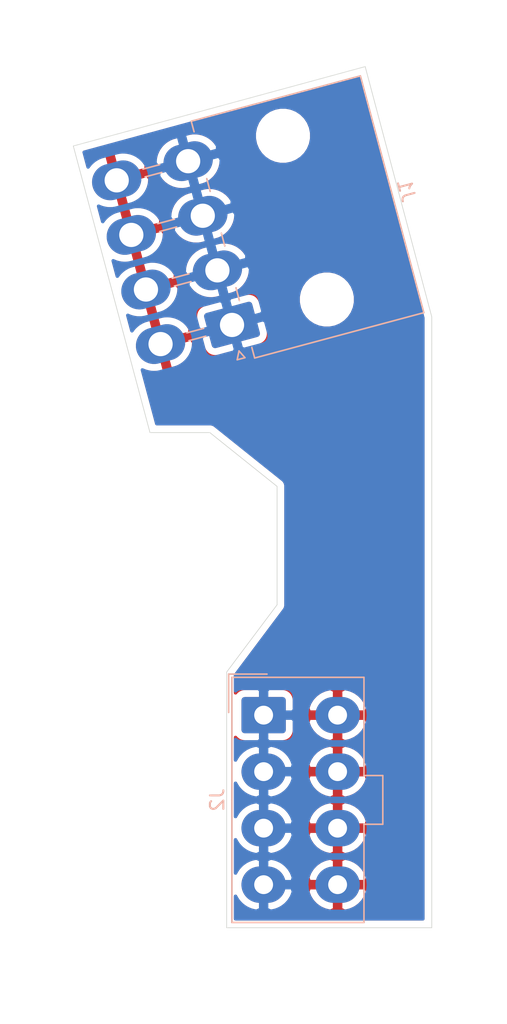
<source format=kicad_pcb>
(kicad_pcb (version 20171130) (host pcbnew 5.1.5+dfsg1-2build2)

  (general
    (thickness 1.6)
    (drawings 14)
    (tracks 0)
    (zones 0)
    (modules 2)
    (nets 3)
  )

  (page A4)
  (layers
    (0 F.Cu signal)
    (31 B.Cu signal)
    (32 B.Adhes user)
    (33 F.Adhes user)
    (34 B.Paste user)
    (35 F.Paste user)
    (36 B.SilkS user)
    (37 F.SilkS user)
    (38 B.Mask user)
    (39 F.Mask user)
    (40 Dwgs.User user)
    (41 Cmts.User user)
    (42 Eco1.User user)
    (43 Eco2.User user)
    (44 Edge.Cuts user)
    (45 Margin user)
    (46 B.CrtYd user)
    (47 F.CrtYd user)
    (48 B.Fab user)
    (49 F.Fab user)
  )

  (setup
    (last_trace_width 0.25)
    (trace_clearance 0.2)
    (zone_clearance 0.508)
    (zone_45_only no)
    (trace_min 0.2)
    (via_size 0.8)
    (via_drill 0.4)
    (via_min_size 0.4)
    (via_min_drill 0.3)
    (uvia_size 0.3)
    (uvia_drill 0.1)
    (uvias_allowed no)
    (uvia_min_size 0.2)
    (uvia_min_drill 0.1)
    (edge_width 0.05)
    (segment_width 0.2)
    (pcb_text_width 0.3)
    (pcb_text_size 1.5 1.5)
    (mod_edge_width 0.12)
    (mod_text_size 1 1)
    (mod_text_width 0.15)
    (pad_size 3 3)
    (pad_drill 3)
    (pad_to_mask_clearance 0.051)
    (solder_mask_min_width 0.25)
    (aux_axis_origin 0 0)
    (visible_elements FFFFFF7F)
    (pcbplotparams
      (layerselection 0x010fc_ffffffff)
      (usegerberextensions false)
      (usegerberattributes false)
      (usegerberadvancedattributes false)
      (creategerberjobfile false)
      (excludeedgelayer true)
      (linewidth 0.100000)
      (plotframeref false)
      (viasonmask false)
      (mode 1)
      (useauxorigin false)
      (hpglpennumber 1)
      (hpglpenspeed 20)
      (hpglpendiameter 15.000000)
      (psnegative false)
      (psa4output false)
      (plotreference true)
      (plotvalue true)
      (plotinvisibletext false)
      (padsonsilk false)
      (subtractmaskfromsilk false)
      (outputformat 1)
      (mirror false)
      (drillshape 1)
      (scaleselection 1)
      (outputdirectory ""))
  )

  (net 0 "")
  (net 1 GND)
  (net 2 +12V)

  (net_class Default "This is the default net class."
    (clearance 0.2)
    (trace_width 0.25)
    (via_dia 0.8)
    (via_drill 0.4)
    (uvia_dia 0.3)
    (uvia_drill 0.1)
    (add_net +12V)
    (add_net GND)
  )

  (module Connector_Molex:Molex_Mini-Fit_Jr_5569-08A2_2x04_P4.20mm_Horizontal (layer B.Cu) (tedit 5B7818E8) (tstamp 635F0C50)
    (at 97.65 71 105)
    (descr "Molex Mini-Fit Jr. Power Connectors, old mpn/engineering number: 5569-08A2, example for new mpn: 39-30-0080, 4 Pins per row, Mounting: Snap-in Plastic Peg PCB Lock (http://www.molex.com/pdm_docs/sd/039300020_sd.pdf), generated with kicad-footprint-generator")
    (tags "connector Molex Mini-Fit_Jr top entryplastic_peg")
    (path /6360C488)
    (fp_text reference J1 (at 6.3 15.1 105) (layer B.SilkS)
      (effects (font (size 1 1) (thickness 0.15)) (justify mirror))
    )
    (fp_text value TO_PSU (at 6.3 -8.55 105) (layer B.Fab)
      (effects (font (size 1 1) (thickness 0.15)) (justify mirror))
    )
    (fp_line (start -2.7 13.9) (end -2.7 1.1) (layer B.Fab) (width 0.1))
    (fp_line (start -2.7 1.1) (end 15.3 1.1) (layer B.Fab) (width 0.1))
    (fp_line (start 15.3 1.1) (end 15.3 13.9) (layer B.Fab) (width 0.1))
    (fp_line (start 15.3 13.9) (end -2.7 13.9) (layer B.Fab) (width 0.1))
    (fp_line (start -2 0.99) (end -2.81 0.99) (layer B.SilkS) (width 0.12))
    (fp_line (start -2.81 0.99) (end -2.81 14.01) (layer B.SilkS) (width 0.12))
    (fp_line (start -2.81 14.01) (end 6.3 14.01) (layer B.SilkS) (width 0.12))
    (fp_line (start 14.6 0.99) (end 15.41 0.99) (layer B.SilkS) (width 0.12))
    (fp_line (start 15.41 0.99) (end 15.41 14.01) (layer B.SilkS) (width 0.12))
    (fp_line (start 15.41 14.01) (end 6.3 14.01) (layer B.SilkS) (width 0.12))
    (fp_line (start -0.3 -2.11) (end -0.3 -3.39) (layer B.SilkS) (width 0.12))
    (fp_line (start 0.3 -2.11) (end 0.3 -3.39) (layer B.SilkS) (width 0.12))
    (fp_line (start 3.9 -2.11) (end 3.9 -3.39) (layer B.SilkS) (width 0.12))
    (fp_line (start 4.5 -2.11) (end 4.5 -3.39) (layer B.SilkS) (width 0.12))
    (fp_line (start 8.1 -2.11) (end 8.1 -3.39) (layer B.SilkS) (width 0.12))
    (fp_line (start 8.7 -2.11) (end 8.7 -3.39) (layer B.SilkS) (width 0.12))
    (fp_line (start 12.3 -2.11) (end 12.3 -3.39) (layer B.SilkS) (width 0.12))
    (fp_line (start 12.9 -2.11) (end 12.9 -3.39) (layer B.SilkS) (width 0.12))
    (fp_line (start 1.61 1) (end 2.59 1) (layer B.SilkS) (width 0.12))
    (fp_line (start 5.81 1) (end 6.79 1) (layer B.SilkS) (width 0.12))
    (fp_line (start 10.01 1) (end 10.99 1) (layer B.SilkS) (width 0.12))
    (fp_line (start -2 0) (end -2.6 -0.3) (layer B.SilkS) (width 0.12))
    (fp_line (start -2.6 -0.3) (end -2.6 0.3) (layer B.SilkS) (width 0.12))
    (fp_line (start -2.6 0.3) (end -2 0) (layer B.SilkS) (width 0.12))
    (fp_line (start -1 1.1) (end 0 2.514214) (layer B.Fab) (width 0.1))
    (fp_line (start 0 2.514214) (end 1 1.1) (layer B.Fab) (width 0.1))
    (fp_line (start -3.2 14.4) (end -3.2 -7.85) (layer B.CrtYd) (width 0.05))
    (fp_line (start -3.2 -7.85) (end 15.8 -7.85) (layer B.CrtYd) (width 0.05))
    (fp_line (start 15.8 -7.85) (end 15.8 14.4) (layer B.CrtYd) (width 0.05))
    (fp_line (start 15.8 14.4) (end -3.2 14.4) (layer B.CrtYd) (width 0.05))
    (fp_text user %R (at 6.3 13.2 105) (layer B.Fab)
      (effects (font (size 1 1) (thickness 0.15)) (justify mirror))
    )
    (pad 1 thru_hole roundrect (at 0 0 105) (size 2.7 3.7) (drill 1.8) (layers *.Cu *.Mask) (roundrect_rratio 0.09259299999999999)
      (net 1 GND))
    (pad 2 thru_hole oval (at 4.2 0 105) (size 2.7 3.7) (drill 1.8) (layers *.Cu *.Mask)
      (net 1 GND))
    (pad 3 thru_hole oval (at 8.4 0 105) (size 2.7 3.7) (drill 1.8) (layers *.Cu *.Mask)
      (net 1 GND))
    (pad 4 thru_hole oval (at 12.6 0 105) (size 2.7 3.7) (drill 1.8) (layers *.Cu *.Mask)
      (net 1 GND))
    (pad 5 thru_hole oval (at 0 -5.5 105) (size 2.7 3.7) (drill 1.8) (layers *.Cu *.Mask)
      (net 2 +12V))
    (pad 6 thru_hole oval (at 4.2 -5.5 105) (size 2.7 3.7) (drill 1.8) (layers *.Cu *.Mask)
      (net 2 +12V))
    (pad 7 thru_hole oval (at 8.4 -5.5 105) (size 2.7 3.7) (drill 1.8) (layers *.Cu *.Mask)
      (net 2 +12V))
    (pad 8 thru_hole oval (at 12.6 -5.5 105) (size 2.7 3.7) (drill 1.8) (layers *.Cu *.Mask)
      (net 2 +12V))
    (pad "" np_thru_hole circle (at 0 7.3 105) (size 3 3) (drill 3) (layers *.Cu *.Mask))
    (pad "" np_thru_hole circle (at 12.6 7.3 105) (size 3 3) (drill 3) (layers *.Cu *.Mask))
    (model ${KISYS3DMOD}/Connector_Molex.3dshapes/Molex_Mini-Fit_Jr_5569-08A2_2x04_P4.20mm_Horizontal.wrl
      (at (xyz 0 0 0))
      (scale (xyz 1 1 1))
      (rotate (xyz 0 0 0))
    )
  )

  (module Connector_Molex:Molex_Mini-Fit_Jr_5566-08A_2x04_P4.20mm_Vertical (layer B.Cu) (tedit 5B781992) (tstamp 635F02FE)
    (at 100 100 270)
    (descr "Molex Mini-Fit Jr. Power Connectors, old mpn/engineering number: 5566-08A, example for new mpn: 39-28-x08x, 4 Pins per row, Mounting:  (http://www.molex.com/pdm_docs/sd/039281043_sd.pdf), generated with kicad-footprint-generator")
    (tags "connector Molex Mini-Fit_Jr side entry")
    (path /63609AB2)
    (fp_text reference J2 (at 6.3 3.45 90) (layer B.SilkS)
      (effects (font (size 1 1) (thickness 0.15)) (justify mirror))
    )
    (fp_text value TO_GPU (at 6.3 -9.95 90) (layer B.Fab)
      (effects (font (size 1 1) (thickness 0.15)) (justify mirror))
    )
    (fp_line (start -2.7 2.25) (end -2.7 -7.35) (layer B.Fab) (width 0.1))
    (fp_line (start -2.7 -7.35) (end 15.3 -7.35) (layer B.Fab) (width 0.1))
    (fp_line (start 15.3 -7.35) (end 15.3 2.25) (layer B.Fab) (width 0.1))
    (fp_line (start 15.3 2.25) (end -2.7 2.25) (layer B.Fab) (width 0.1))
    (fp_line (start 4.6 -7.35) (end 4.6 -8.75) (layer B.Fab) (width 0.1))
    (fp_line (start 4.6 -8.75) (end 8 -8.75) (layer B.Fab) (width 0.1))
    (fp_line (start 8 -8.75) (end 8 -7.35) (layer B.Fab) (width 0.1))
    (fp_line (start -1.65 1) (end -1.65 -2.3) (layer B.Fab) (width 0.1))
    (fp_line (start -1.65 -2.3) (end 1.65 -2.3) (layer B.Fab) (width 0.1))
    (fp_line (start 1.65 -2.3) (end 1.65 1) (layer B.Fab) (width 0.1))
    (fp_line (start 1.65 1) (end -1.65 1) (layer B.Fab) (width 0.1))
    (fp_line (start -1.65 -6.5) (end -1.65 -4.025) (layer B.Fab) (width 0.1))
    (fp_line (start -1.65 -4.025) (end -0.825 -3.2) (layer B.Fab) (width 0.1))
    (fp_line (start -0.825 -3.2) (end 0.825 -3.2) (layer B.Fab) (width 0.1))
    (fp_line (start 0.825 -3.2) (end 1.65 -4.025) (layer B.Fab) (width 0.1))
    (fp_line (start 1.65 -4.025) (end 1.65 -6.5) (layer B.Fab) (width 0.1))
    (fp_line (start 1.65 -6.5) (end -1.65 -6.5) (layer B.Fab) (width 0.1))
    (fp_line (start 2.55 -3.2) (end 2.55 -6.5) (layer B.Fab) (width 0.1))
    (fp_line (start 2.55 -6.5) (end 5.85 -6.5) (layer B.Fab) (width 0.1))
    (fp_line (start 5.85 -6.5) (end 5.85 -3.2) (layer B.Fab) (width 0.1))
    (fp_line (start 5.85 -3.2) (end 2.55 -3.2) (layer B.Fab) (width 0.1))
    (fp_line (start 2.55 -2.3) (end 2.55 0.175) (layer B.Fab) (width 0.1))
    (fp_line (start 2.55 0.175) (end 3.375 1) (layer B.Fab) (width 0.1))
    (fp_line (start 3.375 1) (end 5.025 1) (layer B.Fab) (width 0.1))
    (fp_line (start 5.025 1) (end 5.85 0.175) (layer B.Fab) (width 0.1))
    (fp_line (start 5.85 0.175) (end 5.85 -2.3) (layer B.Fab) (width 0.1))
    (fp_line (start 5.85 -2.3) (end 2.55 -2.3) (layer B.Fab) (width 0.1))
    (fp_line (start 6.75 -3.2) (end 6.75 -6.5) (layer B.Fab) (width 0.1))
    (fp_line (start 6.75 -6.5) (end 10.05 -6.5) (layer B.Fab) (width 0.1))
    (fp_line (start 10.05 -6.5) (end 10.05 -3.2) (layer B.Fab) (width 0.1))
    (fp_line (start 10.05 -3.2) (end 6.75 -3.2) (layer B.Fab) (width 0.1))
    (fp_line (start 6.75 -2.3) (end 6.75 0.175) (layer B.Fab) (width 0.1))
    (fp_line (start 6.75 0.175) (end 7.575 1) (layer B.Fab) (width 0.1))
    (fp_line (start 7.575 1) (end 9.225 1) (layer B.Fab) (width 0.1))
    (fp_line (start 9.225 1) (end 10.05 0.175) (layer B.Fab) (width 0.1))
    (fp_line (start 10.05 0.175) (end 10.05 -2.3) (layer B.Fab) (width 0.1))
    (fp_line (start 10.05 -2.3) (end 6.75 -2.3) (layer B.Fab) (width 0.1))
    (fp_line (start 10.95 1) (end 10.95 -2.3) (layer B.Fab) (width 0.1))
    (fp_line (start 10.95 -2.3) (end 14.25 -2.3) (layer B.Fab) (width 0.1))
    (fp_line (start 14.25 -2.3) (end 14.25 1) (layer B.Fab) (width 0.1))
    (fp_line (start 14.25 1) (end 10.95 1) (layer B.Fab) (width 0.1))
    (fp_line (start 10.95 -6.5) (end 10.95 -4.025) (layer B.Fab) (width 0.1))
    (fp_line (start 10.95 -4.025) (end 11.775 -3.2) (layer B.Fab) (width 0.1))
    (fp_line (start 11.775 -3.2) (end 13.425 -3.2) (layer B.Fab) (width 0.1))
    (fp_line (start 13.425 -3.2) (end 14.25 -4.025) (layer B.Fab) (width 0.1))
    (fp_line (start 14.25 -4.025) (end 14.25 -6.5) (layer B.Fab) (width 0.1))
    (fp_line (start 14.25 -6.5) (end 10.95 -6.5) (layer B.Fab) (width 0.1))
    (fp_line (start 6.3 2.36) (end -2.81 2.36) (layer B.SilkS) (width 0.12))
    (fp_line (start -2.81 2.36) (end -2.81 -7.46) (layer B.SilkS) (width 0.12))
    (fp_line (start -2.81 -7.46) (end 4.49 -7.46) (layer B.SilkS) (width 0.12))
    (fp_line (start 4.49 -7.46) (end 4.49 -8.86) (layer B.SilkS) (width 0.12))
    (fp_line (start 4.49 -8.86) (end 6.3 -8.86) (layer B.SilkS) (width 0.12))
    (fp_line (start 6.3 2.36) (end 15.41 2.36) (layer B.SilkS) (width 0.12))
    (fp_line (start 15.41 2.36) (end 15.41 -7.46) (layer B.SilkS) (width 0.12))
    (fp_line (start 15.41 -7.46) (end 8.11 -7.46) (layer B.SilkS) (width 0.12))
    (fp_line (start 8.11 -7.46) (end 8.11 -8.86) (layer B.SilkS) (width 0.12))
    (fp_line (start 8.11 -8.86) (end 6.3 -8.86) (layer B.SilkS) (width 0.12))
    (fp_line (start -0.2 2.6) (end -3.05 2.6) (layer B.SilkS) (width 0.12))
    (fp_line (start -3.05 2.6) (end -3.05 -0.25) (layer B.SilkS) (width 0.12))
    (fp_line (start -0.2 2.6) (end -3.05 2.6) (layer B.Fab) (width 0.1))
    (fp_line (start -3.05 2.6) (end -3.05 -0.25) (layer B.Fab) (width 0.1))
    (fp_line (start -3.2 2.75) (end -3.2 -9.25) (layer B.CrtYd) (width 0.05))
    (fp_line (start -3.2 -9.25) (end 15.8 -9.25) (layer B.CrtYd) (width 0.05))
    (fp_line (start 15.8 -9.25) (end 15.8 2.75) (layer B.CrtYd) (width 0.05))
    (fp_line (start 15.8 2.75) (end -3.2 2.75) (layer B.CrtYd) (width 0.05))
    (fp_text user %R (at 6.3 1.55 90) (layer B.Fab)
      (effects (font (size 1 1) (thickness 0.15)) (justify mirror))
    )
    (pad 1 thru_hole roundrect (at 0 0 270) (size 2.7 3.3) (drill 1.4) (layers *.Cu *.Mask) (roundrect_rratio 0.09259299999999999)
      (net 1 GND))
    (pad 2 thru_hole oval (at 4.2 0 270) (size 2.7 3.3) (drill 1.4) (layers *.Cu *.Mask)
      (net 1 GND))
    (pad 3 thru_hole oval (at 8.4 0 270) (size 2.7 3.3) (drill 1.4) (layers *.Cu *.Mask)
      (net 1 GND))
    (pad 4 thru_hole oval (at 12.6 0 270) (size 2.7 3.3) (drill 1.4) (layers *.Cu *.Mask)
      (net 1 GND))
    (pad 5 thru_hole oval (at 0 -5.5 270) (size 2.7 3.3) (drill 1.4) (layers *.Cu *.Mask)
      (net 2 +12V))
    (pad 6 thru_hole oval (at 4.2 -5.5 270) (size 2.7 3.3) (drill 1.4) (layers *.Cu *.Mask)
      (net 2 +12V))
    (pad 7 thru_hole oval (at 8.4 -5.5 270) (size 2.7 3.3) (drill 1.4) (layers *.Cu *.Mask)
      (net 2 +12V))
    (pad 8 thru_hole oval (at 12.6 -5.5 270) (size 2.7 3.3) (drill 1.4) (layers *.Cu *.Mask)
      (net 2 +12V))
    (model ${KISYS3DMOD}/Connector_Molex.3dshapes/Molex_Mini-Fit_Jr_5566-08A_2x04_P4.20mm_Vertical.wrl
      (at (xyz 0 0 0))
      (scale (xyz 1 1 1))
      (rotate (xyz 0 0 0))
    )
  )

  (gr_line (start 91.55 79) (end 93.75 79) (layer Edge.Cuts) (width 0.05) (tstamp 636073B0))
  (gr_line (start 85.85 57.7) (end 91.55 79) (layer Edge.Cuts) (width 0.05))
  (gr_line (start 107.55 51.8) (end 85.85 57.7) (layer Edge.Cuts) (width 0.05))
  (gr_line (start 112.5 70.4) (end 107.55 51.8) (layer Edge.Cuts) (width 0.05))
  (gr_line (start 112.5 72.4) (end 112.5 70.4) (layer Edge.Cuts) (width 0.05))
  (gr_line (start 85.4 77) (end 115.6 77) (layer Dwgs.User) (width 0.15))
  (gr_line (start 93.75 79) (end 96 79) (layer Edge.Cuts) (width 0.05) (tstamp 635F0D00))
  (gr_line (start 101 83) (end 96 79) (layer Edge.Cuts) (width 0.05) (tstamp 635F0CFB))
  (gr_line (start 112.5 72.4) (end 112.5 75) (layer Edge.Cuts) (width 0.05) (tstamp 635F0B98))
  (gr_line (start 101 91.8) (end 97.25 96.8) (layer Edge.Cuts) (width 0.05) (tstamp 635F0B82))
  (gr_line (start 97.25 115.8) (end 112.5 115.8) (layer Edge.Cuts) (width 0.05) (tstamp 635F03BD))
  (gr_line (start 97.25 96.8) (end 97.25 115.8) (layer Edge.Cuts) (width 0.05))
  (gr_line (start 101 91.8) (end 101 83) (layer Edge.Cuts) (width 0.05))
  (gr_line (start 112.5 115.8) (end 112.5 75) (layer Edge.Cuts) (width 0.05))

  (zone (net 2) (net_name +12V) (layer F.Cu) (tstamp 0) (hatch edge 0.508)
    (connect_pads (clearance 0.508))
    (min_thickness 0.254)
    (fill yes (arc_segments 32) (thermal_gap 0.508) (thermal_bridge_width 0.708))
    (polygon
      (pts
        (xy 117.7 121.4) (xy 83.15 119.75) (xy 80.4 51.9) (xy 80.4 51.85) (xy 117.65 47.25)
      )
    )
    (filled_polygon
      (pts
        (xy 111.840001 70.486327) (xy 111.84 72.367581) (xy 111.84 72.367582) (xy 111.840001 74.967581) (xy 111.84 115.14)
        (xy 97.91 115.14) (xy 97.91 113.462035) (xy 98.041547 113.708143) (xy 98.289602 114.010398) (xy 98.591857 114.258453)
        (xy 98.936698 114.442774) (xy 99.310872 114.556278) (xy 99.60249 114.585) (xy 100.39751 114.585) (xy 100.689128 114.556278)
        (xy 101.063302 114.442774) (xy 101.408143 114.258453) (xy 101.710398 114.010398) (xy 101.958453 113.708143) (xy 102.142774 113.363302)
        (xy 102.212728 113.132691) (xy 103.287811 113.132691) (xy 103.424113 113.499079) (xy 103.633638 113.828262) (xy 103.903357 114.110243)
        (xy 104.222905 114.334187) (xy 104.580003 114.491487) (xy 104.960927 114.576098) (xy 105.273 114.430418) (xy 105.273 112.827)
        (xy 105.727 112.827) (xy 105.727 114.430418) (xy 106.039073 114.576098) (xy 106.419997 114.491487) (xy 106.777095 114.334187)
        (xy 107.096643 114.110243) (xy 107.366362 113.828262) (xy 107.575887 113.499079) (xy 107.712189 113.132691) (xy 107.612087 112.827)
        (xy 105.727 112.827) (xy 105.273 112.827) (xy 103.387913 112.827) (xy 103.287811 113.132691) (xy 102.212728 113.132691)
        (xy 102.256278 112.989128) (xy 102.294604 112.6) (xy 102.256278 112.210872) (xy 102.212729 112.067309) (xy 103.287811 112.067309)
        (xy 103.387913 112.373) (xy 105.273 112.373) (xy 105.273 110.769582) (xy 105.727 110.769582) (xy 105.727 112.373)
        (xy 107.612087 112.373) (xy 107.712189 112.067309) (xy 107.575887 111.700921) (xy 107.366362 111.371738) (xy 107.096643 111.089757)
        (xy 106.777095 110.865813) (xy 106.419997 110.708513) (xy 106.039073 110.623902) (xy 105.727 110.769582) (xy 105.273 110.769582)
        (xy 104.960927 110.623902) (xy 104.580003 110.708513) (xy 104.222905 110.865813) (xy 103.903357 111.089757) (xy 103.633638 111.371738)
        (xy 103.424113 111.700921) (xy 103.287811 112.067309) (xy 102.212729 112.067309) (xy 102.142774 111.836698) (xy 101.958453 111.491857)
        (xy 101.710398 111.189602) (xy 101.408143 110.941547) (xy 101.063302 110.757226) (xy 100.689128 110.643722) (xy 100.39751 110.615)
        (xy 99.60249 110.615) (xy 99.310872 110.643722) (xy 98.936698 110.757226) (xy 98.591857 110.941547) (xy 98.289602 111.189602)
        (xy 98.041547 111.491857) (xy 97.91 111.737965) (xy 97.91 109.262035) (xy 98.041547 109.508143) (xy 98.289602 109.810398)
        (xy 98.591857 110.058453) (xy 98.936698 110.242774) (xy 99.310872 110.356278) (xy 99.60249 110.385) (xy 100.39751 110.385)
        (xy 100.689128 110.356278) (xy 101.063302 110.242774) (xy 101.408143 110.058453) (xy 101.710398 109.810398) (xy 101.958453 109.508143)
        (xy 102.142774 109.163302) (xy 102.212728 108.932691) (xy 103.287811 108.932691) (xy 103.424113 109.299079) (xy 103.633638 109.628262)
        (xy 103.903357 109.910243) (xy 104.222905 110.134187) (xy 104.580003 110.291487) (xy 104.960927 110.376098) (xy 105.273 110.230418)
        (xy 105.273 108.627) (xy 105.727 108.627) (xy 105.727 110.230418) (xy 106.039073 110.376098) (xy 106.419997 110.291487)
        (xy 106.777095 110.134187) (xy 107.096643 109.910243) (xy 107.366362 109.628262) (xy 107.575887 109.299079) (xy 107.712189 108.932691)
        (xy 107.612087 108.627) (xy 105.727 108.627) (xy 105.273 108.627) (xy 103.387913 108.627) (xy 103.287811 108.932691)
        (xy 102.212728 108.932691) (xy 102.256278 108.789128) (xy 102.294604 108.4) (xy 102.256278 108.010872) (xy 102.212729 107.867309)
        (xy 103.287811 107.867309) (xy 103.387913 108.173) (xy 105.273 108.173) (xy 105.273 106.569582) (xy 105.727 106.569582)
        (xy 105.727 108.173) (xy 107.612087 108.173) (xy 107.712189 107.867309) (xy 107.575887 107.500921) (xy 107.366362 107.171738)
        (xy 107.096643 106.889757) (xy 106.777095 106.665813) (xy 106.419997 106.508513) (xy 106.039073 106.423902) (xy 105.727 106.569582)
        (xy 105.273 106.569582) (xy 104.960927 106.423902) (xy 104.580003 106.508513) (xy 104.222905 106.665813) (xy 103.903357 106.889757)
        (xy 103.633638 107.171738) (xy 103.424113 107.500921) (xy 103.287811 107.867309) (xy 102.212729 107.867309) (xy 102.142774 107.636698)
        (xy 101.958453 107.291857) (xy 101.710398 106.989602) (xy 101.408143 106.741547) (xy 101.063302 106.557226) (xy 100.689128 106.443722)
        (xy 100.39751 106.415) (xy 99.60249 106.415) (xy 99.310872 106.443722) (xy 98.936698 106.557226) (xy 98.591857 106.741547)
        (xy 98.289602 106.989602) (xy 98.041547 107.291857) (xy 97.91 107.537965) (xy 97.91 105.062035) (xy 98.041547 105.308143)
        (xy 98.289602 105.610398) (xy 98.591857 105.858453) (xy 98.936698 106.042774) (xy 99.310872 106.156278) (xy 99.60249 106.185)
        (xy 100.39751 106.185) (xy 100.689128 106.156278) (xy 101.063302 106.042774) (xy 101.408143 105.858453) (xy 101.710398 105.610398)
        (xy 101.958453 105.308143) (xy 102.142774 104.963302) (xy 102.212728 104.732691) (xy 103.287811 104.732691) (xy 103.424113 105.099079)
        (xy 103.633638 105.428262) (xy 103.903357 105.710243) (xy 104.222905 105.934187) (xy 104.580003 106.091487) (xy 104.960927 106.176098)
        (xy 105.273 106.030418) (xy 105.273 104.427) (xy 105.727 104.427) (xy 105.727 106.030418) (xy 106.039073 106.176098)
        (xy 106.419997 106.091487) (xy 106.777095 105.934187) (xy 107.096643 105.710243) (xy 107.366362 105.428262) (xy 107.575887 105.099079)
        (xy 107.712189 104.732691) (xy 107.612087 104.427) (xy 105.727 104.427) (xy 105.273 104.427) (xy 103.387913 104.427)
        (xy 103.287811 104.732691) (xy 102.212728 104.732691) (xy 102.256278 104.589128) (xy 102.294604 104.2) (xy 102.256278 103.810872)
        (xy 102.212729 103.667309) (xy 103.287811 103.667309) (xy 103.387913 103.973) (xy 105.273 103.973) (xy 105.273 102.369582)
        (xy 105.727 102.369582) (xy 105.727 103.973) (xy 107.612087 103.973) (xy 107.712189 103.667309) (xy 107.575887 103.300921)
        (xy 107.366362 102.971738) (xy 107.096643 102.689757) (xy 106.777095 102.465813) (xy 106.419997 102.308513) (xy 106.039073 102.223902)
        (xy 105.727 102.369582) (xy 105.273 102.369582) (xy 104.960927 102.223902) (xy 104.580003 102.308513) (xy 104.222905 102.465813)
        (xy 103.903357 102.689757) (xy 103.633638 102.971738) (xy 103.424113 103.300921) (xy 103.287811 103.667309) (xy 102.212729 103.667309)
        (xy 102.142774 103.436698) (xy 101.958453 103.091857) (xy 101.710398 102.789602) (xy 101.408143 102.541547) (xy 101.063302 102.357226)
        (xy 100.689128 102.243722) (xy 100.39751 102.215) (xy 99.60249 102.215) (xy 99.310872 102.243722) (xy 98.936698 102.357226)
        (xy 98.591857 102.541547) (xy 98.289602 102.789602) (xy 98.041547 103.091857) (xy 97.91 103.337965) (xy 97.91 101.652367)
        (xy 97.972039 101.727961) (xy 98.106614 101.838405) (xy 98.26015 101.920471) (xy 98.426747 101.971008) (xy 98.600001 101.988072)
        (xy 101.399999 101.988072) (xy 101.573253 101.971008) (xy 101.73985 101.920471) (xy 101.893386 101.838405) (xy 102.027961 101.727961)
        (xy 102.138405 101.593386) (xy 102.220471 101.43985) (xy 102.271008 101.273253) (xy 102.288072 101.099999) (xy 102.288072 100.532691)
        (xy 103.287811 100.532691) (xy 103.424113 100.899079) (xy 103.633638 101.228262) (xy 103.903357 101.510243) (xy 104.222905 101.734187)
        (xy 104.580003 101.891487) (xy 104.960927 101.976098) (xy 105.273 101.830418) (xy 105.273 100.227) (xy 105.727 100.227)
        (xy 105.727 101.830418) (xy 106.039073 101.976098) (xy 106.419997 101.891487) (xy 106.777095 101.734187) (xy 107.096643 101.510243)
        (xy 107.366362 101.228262) (xy 107.575887 100.899079) (xy 107.712189 100.532691) (xy 107.612087 100.227) (xy 105.727 100.227)
        (xy 105.273 100.227) (xy 103.387913 100.227) (xy 103.287811 100.532691) (xy 102.288072 100.532691) (xy 102.288072 99.467309)
        (xy 103.287811 99.467309) (xy 103.387913 99.773) (xy 105.273 99.773) (xy 105.273 98.169582) (xy 105.727 98.169582)
        (xy 105.727 99.773) (xy 107.612087 99.773) (xy 107.712189 99.467309) (xy 107.575887 99.100921) (xy 107.366362 98.771738)
        (xy 107.096643 98.489757) (xy 106.777095 98.265813) (xy 106.419997 98.108513) (xy 106.039073 98.023902) (xy 105.727 98.169582)
        (xy 105.273 98.169582) (xy 104.960927 98.023902) (xy 104.580003 98.108513) (xy 104.222905 98.265813) (xy 103.903357 98.489757)
        (xy 103.633638 98.771738) (xy 103.424113 99.100921) (xy 103.287811 99.467309) (xy 102.288072 99.467309) (xy 102.288072 98.900001)
        (xy 102.271008 98.726747) (xy 102.220471 98.56015) (xy 102.138405 98.406614) (xy 102.027961 98.272039) (xy 101.893386 98.161595)
        (xy 101.73985 98.079529) (xy 101.573253 98.028992) (xy 101.399999 98.011928) (xy 98.600001 98.011928) (xy 98.426747 98.028992)
        (xy 98.26015 98.079529) (xy 98.106614 98.161595) (xy 97.972039 98.272039) (xy 97.91 98.347633) (xy 97.91 97.019999)
        (xy 101.519347 92.207537) (xy 101.551425 92.16845) (xy 101.573596 92.12697) (xy 101.597989 92.086764) (xy 101.604177 92.069756)
        (xy 101.61271 92.053793) (xy 101.626366 92.008777) (xy 101.642443 91.964592) (xy 101.645194 91.94671) (xy 101.65045 91.929383)
        (xy 101.655061 91.88257) (xy 101.66221 91.836095) (xy 101.66 91.785586) (xy 101.66 83.060842) (xy 101.660759 83.056761)
        (xy 101.66 82.995967) (xy 101.66 82.967581) (xy 101.659594 82.96346) (xy 101.659136 82.926762) (xy 101.653239 82.898937)
        (xy 101.65045 82.870617) (xy 101.639792 82.835483) (xy 101.632183 82.799578) (xy 101.620969 82.773434) (xy 101.61271 82.746207)
        (xy 101.595404 82.713829) (xy 101.580935 82.680096) (xy 101.564838 82.656644) (xy 101.551425 82.63155) (xy 101.528136 82.603172)
        (xy 101.507363 82.572908) (xy 101.486995 82.553042) (xy 101.468948 82.531052) (xy 101.440574 82.507766) (xy 101.437613 82.504878)
        (xy 101.415474 82.487167) (xy 101.36845 82.448575) (xy 101.364787 82.446617) (xy 96.415522 78.487206) (xy 96.36845 78.448575)
        (xy 96.336072 78.431269) (xy 96.305301 78.411259) (xy 96.278884 78.400701) (xy 96.253793 78.38729) (xy 96.218659 78.376632)
        (xy 96.184577 78.363011) (xy 96.156615 78.357811) (xy 96.129383 78.34955) (xy 96.092843 78.345951) (xy 96.056761 78.339241)
        (xy 95.995967 78.34) (xy 92.056603 78.34) (xy 90.989519 74.352472) (xy 91.001434 74.359603) (xy 91.370292 74.491303)
        (xy 91.757756 74.548511) (xy 92.148936 74.529029) (xy 92.631899 74.39962) (xy 92.176895 72.701522) (xy 92.157577 72.706698)
        (xy 92.124705 72.584018) (xy 92.615425 72.584018) (xy 93.070429 74.282116) (xy 93.553392 74.152706) (xy 93.901904 73.973988)
        (xy 94.208854 73.730712) (xy 94.462445 73.432228) (xy 94.652932 73.090007) (xy 94.772994 72.717198) (xy 94.805274 72.313725)
        (xy 94.629464 72.044358) (xy 92.615425 72.584018) (xy 92.124705 72.584018) (xy 92.040073 72.268168) (xy 92.059391 72.262992)
        (xy 91.604387 70.564894) (xy 91.121424 70.694304) (xy 90.772912 70.873022) (xy 90.465962 71.116298) (xy 90.212371 71.414782)
        (xy 90.206297 71.425695) (xy 89.904138 70.296576) (xy 89.914394 70.302714) (xy 90.283252 70.434414) (xy 90.670716 70.491622)
        (xy 91.061896 70.47214) (xy 91.154264 70.44739) (xy 92.042917 70.44739) (xy 92.497921 72.145488) (xy 94.511961 71.605828)
        (xy 94.529533 71.284645) (xy 94.299841 70.951366) (xy 94.00946 70.688536) (xy 93.673382 70.487407) (xy 93.455678 70.409676)
        (xy 94.933647 70.409676) (xy 94.962006 70.581443) (xy 95.531407 72.706478) (xy 95.592732 72.869413) (xy 95.684664 73.017253)
        (xy 95.803673 73.144317) (xy 95.945184 73.245722) (xy 96.103758 73.317571) (xy 96.273303 73.357103) (xy 96.447303 73.3628)
        (xy 96.61907 73.334441) (xy 99.710031 72.50622) (xy 99.872965 72.444896) (xy 100.020805 72.352963) (xy 100.14787 72.233954)
        (xy 100.249275 72.092444) (xy 100.321124 71.933869) (xy 100.360656 71.764324) (xy 100.366353 71.590324) (xy 100.337994 71.418557)
        (xy 99.768593 69.293522) (xy 99.707268 69.130587) (xy 99.615336 68.982747) (xy 99.538155 68.900342) (xy 102.566259 68.900342)
        (xy 102.566259 69.3209) (xy 102.648306 69.733377) (xy 102.809247 70.121923) (xy 103.042896 70.471604) (xy 103.340276 70.768984)
        (xy 103.689957 71.002633) (xy 104.078503 71.163574) (xy 104.49098 71.245621) (xy 104.911538 71.245621) (xy 105.324015 71.163574)
        (xy 105.712561 71.002633) (xy 106.062242 70.768984) (xy 106.359622 70.471604) (xy 106.593271 70.121923) (xy 106.754212 69.733377)
        (xy 106.836259 69.3209) (xy 106.836259 68.900342) (xy 106.754212 68.487865) (xy 106.593271 68.099319) (xy 106.359622 67.749638)
        (xy 106.062242 67.452258) (xy 105.712561 67.218609) (xy 105.324015 67.057668) (xy 104.911538 66.975621) (xy 104.49098 66.975621)
        (xy 104.078503 67.057668) (xy 103.689957 67.218609) (xy 103.340276 67.452258) (xy 103.042896 67.749638) (xy 102.809247 68.099319)
        (xy 102.648306 68.487865) (xy 102.566259 68.900342) (xy 99.538155 68.900342) (xy 99.496327 68.855683) (xy 99.354816 68.754278)
        (xy 99.196242 68.682429) (xy 99.026697 68.642897) (xy 98.852697 68.6372) (xy 98.68093 68.665559) (xy 95.589969 69.49378)
        (xy 95.427035 69.555104) (xy 95.279195 69.647037) (xy 95.15213 69.766046) (xy 95.050725 69.907556) (xy 94.978876 70.066131)
        (xy 94.939344 70.235676) (xy 94.933647 70.409676) (xy 93.455678 70.409676) (xy 93.304524 70.355707) (xy 92.91706 70.298499)
        (xy 92.52588 70.317981) (xy 92.042917 70.44739) (xy 91.154264 70.44739) (xy 91.544859 70.342731) (xy 91.089855 68.644633)
        (xy 91.070537 68.649809) (xy 91.037665 68.527129) (xy 91.528385 68.527129) (xy 91.983389 70.225227) (xy 92.466352 70.095817)
        (xy 92.814864 69.917099) (xy 93.121814 69.673823) (xy 93.375405 69.375339) (xy 93.565892 69.033118) (xy 93.685954 68.660309)
        (xy 93.718234 68.256836) (xy 93.542424 67.987469) (xy 91.528385 68.527129) (xy 91.037665 68.527129) (xy 90.953033 68.211279)
        (xy 90.972351 68.206103) (xy 90.517347 66.508005) (xy 90.034384 66.637415) (xy 89.685872 66.816133) (xy 89.378922 67.059409)
        (xy 89.125331 67.357893) (xy 89.120198 67.367115) (xy 88.818758 66.240682) (xy 88.827354 66.245826) (xy 89.196212 66.377526)
        (xy 89.583676 66.434734) (xy 89.974856 66.415252) (xy 90.067228 66.390501) (xy 90.955877 66.390501) (xy 91.410881 68.088599)
        (xy 93.424921 67.548939) (xy 93.442493 67.227756) (xy 93.425415 67.202976) (xy 94.089664 67.202976) (xy 94.153358 67.588765)
        (xy 94.291093 67.954714) (xy 94.497573 68.286761) (xy 94.764865 68.572146) (xy 95.082697 68.7999) (xy 95.438854 68.961273)
        (xy 95.819651 69.050062) (xy 96.210451 69.062855) (xy 96.499567 69.015121) (xy 97.653867 68.705826) (xy 97.928114 68.602607)
        (xy 98.260162 68.396126) (xy 98.545546 68.128834) (xy 98.773301 67.811002) (xy 98.934674 67.454845) (xy 99.023462 67.074048)
        (xy 99.036255 66.683248) (xy 98.972561 66.297459) (xy 98.834827 65.93151) (xy 98.628347 65.599463) (xy 98.361055 65.314078)
        (xy 98.043223 65.086324) (xy 97.687065 64.924951) (xy 97.306268 64.836162) (xy 96.915467 64.82337) (xy 96.626352 64.871103)
        (xy 95.472053 65.180398) (xy 95.197805 65.283618) (xy 94.865758 65.490098) (xy 94.580373 65.75739) (xy 94.352619 66.075222)
        (xy 94.191246 66.431379) (xy 94.102457 66.812176) (xy 94.089664 67.202976) (xy 93.425415 67.202976) (xy 93.212801 66.894477)
        (xy 92.92242 66.631647) (xy 92.586342 66.430518) (xy 92.217484 66.298818) (xy 91.83002 66.24161) (xy 91.43884 66.261092)
        (xy 90.955877 66.390501) (xy 90.067228 66.390501) (xy 90.457819 66.285843) (xy 90.002815 64.587745) (xy 89.983497 64.592921)
        (xy 89.950625 64.470241) (xy 90.441345 64.470241) (xy 90.896349 66.168339) (xy 91.379312 66.038929) (xy 91.727824 65.860211)
        (xy 92.034774 65.616935) (xy 92.288365 65.318451) (xy 92.478852 64.97623) (xy 92.598914 64.603421) (xy 92.631194 64.199948)
        (xy 92.455384 63.930581) (xy 90.441345 64.470241) (xy 89.950625 64.470241) (xy 89.865993 64.154391) (xy 89.885311 64.149215)
        (xy 89.430307 62.451117) (xy 88.947344 62.580527) (xy 88.598832 62.759245) (xy 88.291882 63.002521) (xy 88.038291 63.301005)
        (xy 88.034099 63.308536) (xy 87.733377 62.184786) (xy 87.740314 62.188937) (xy 88.109172 62.320637) (xy 88.496636 62.377845)
        (xy 88.887816 62.358363) (xy 88.980184 62.333613) (xy 89.868837 62.333613) (xy 90.323841 64.031711) (xy 92.337881 63.492051)
        (xy 92.355453 63.170868) (xy 92.338375 63.146087) (xy 93.002624 63.146087) (xy 93.066318 63.531876) (xy 93.204053 63.897825)
        (xy 93.410533 64.229872) (xy 93.677825 64.515257) (xy 93.995657 64.743011) (xy 94.351814 64.904384) (xy 94.732611 64.993173)
        (xy 95.123411 65.005966) (xy 95.412527 64.958232) (xy 96.566827 64.648937) (xy 96.841074 64.545718) (xy 97.173122 64.339237)
        (xy 97.458506 64.071945) (xy 97.686261 63.754113) (xy 97.847634 63.397956) (xy 97.936422 63.017159) (xy 97.949215 62.626359)
        (xy 97.885521 62.24057) (xy 97.747787 61.874621) (xy 97.541307 61.542574) (xy 97.274015 61.257189) (xy 96.956183 61.029435)
        (xy 96.600025 60.868062) (xy 96.219228 60.779273) (xy 95.828427 60.766481) (xy 95.539312 60.814214) (xy 94.385013 61.123509)
        (xy 94.110765 61.226729) (xy 93.778718 61.433209) (xy 93.493333 61.700501) (xy 93.265579 62.018333) (xy 93.104206 62.37449)
        (xy 93.015417 62.755287) (xy 93.002624 63.146087) (xy 92.338375 63.146087) (xy 92.125761 62.837589) (xy 91.83538 62.574759)
        (xy 91.499302 62.37363) (xy 91.130444 62.24193) (xy 90.74298 62.184722) (xy 90.3518 62.204204) (xy 89.868837 62.333613)
        (xy 88.980184 62.333613) (xy 89.370779 62.228954) (xy 88.915775 60.530856) (xy 88.896457 60.536032) (xy 88.863585 60.413352)
        (xy 89.354305 60.413352) (xy 89.809309 62.11145) (xy 90.292272 61.98204) (xy 90.640784 61.803322) (xy 90.947734 61.560046)
        (xy 91.201325 61.261562) (xy 91.391812 60.919341) (xy 91.511874 60.546532) (xy 91.544154 60.143059) (xy 91.368344 59.873692)
        (xy 89.354305 60.413352) (xy 88.863585 60.413352) (xy 88.778953 60.097502) (xy 88.798271 60.092326) (xy 88.343267 58.394228)
        (xy 87.860304 58.523638) (xy 87.511792 58.702356) (xy 87.204842 58.945632) (xy 86.951251 59.244116) (xy 86.948 59.249956)
        (xy 86.687559 58.276724) (xy 88.781797 58.276724) (xy 89.236801 59.974822) (xy 91.250841 59.435162) (xy 91.268413 59.113979)
        (xy 91.251335 59.089199) (xy 91.915584 59.089199) (xy 91.979278 59.474988) (xy 92.117013 59.840937) (xy 92.323493 60.172984)
        (xy 92.590785 60.458369) (xy 92.908617 60.686123) (xy 93.264774 60.847496) (xy 93.645571 60.936285) (xy 94.036371 60.949078)
        (xy 94.325487 60.901344) (xy 95.479787 60.592049) (xy 95.754034 60.48883) (xy 96.086082 60.282349) (xy 96.371466 60.015057)
        (xy 96.599221 59.697225) (xy 96.760594 59.341068) (xy 96.849382 58.960271) (xy 96.862175 58.569471) (xy 96.798481 58.183682)
        (xy 96.660747 57.817733) (xy 96.454267 57.485686) (xy 96.186975 57.200301) (xy 95.869143 56.972547) (xy 95.512985 56.811174)
        (xy 95.163462 56.729677) (xy 99.305139 56.729677) (xy 99.305139 57.150235) (xy 99.387186 57.562712) (xy 99.548127 57.951258)
        (xy 99.781776 58.300939) (xy 100.079156 58.598319) (xy 100.428837 58.831968) (xy 100.817383 58.992909) (xy 101.22986 59.074956)
        (xy 101.650418 59.074956) (xy 102.062895 58.992909) (xy 102.451441 58.831968) (xy 102.801122 58.598319) (xy 103.098502 58.300939)
        (xy 103.332151 57.951258) (xy 103.493092 57.562712) (xy 103.575139 57.150235) (xy 103.575139 56.729677) (xy 103.493092 56.3172)
        (xy 103.332151 55.928654) (xy 103.098502 55.578973) (xy 102.801122 55.281593) (xy 102.451441 55.047944) (xy 102.062895 54.887003)
        (xy 101.650418 54.804956) (xy 101.22986 54.804956) (xy 100.817383 54.887003) (xy 100.428837 55.047944) (xy 100.079156 55.281593)
        (xy 99.781776 55.578973) (xy 99.548127 55.928654) (xy 99.387186 56.3172) (xy 99.305139 56.729677) (xy 95.163462 56.729677)
        (xy 95.132188 56.722385) (xy 94.741387 56.709593) (xy 94.452272 56.757326) (xy 93.297973 57.066621) (xy 93.023725 57.169841)
        (xy 92.691678 57.376321) (xy 92.406293 57.643613) (xy 92.178539 57.961445) (xy 92.017166 58.317602) (xy 91.928377 58.698399)
        (xy 91.915584 59.089199) (xy 91.251335 59.089199) (xy 91.038721 58.7807) (xy 90.74834 58.51787) (xy 90.412262 58.316741)
        (xy 90.043404 58.185041) (xy 89.65594 58.127833) (xy 89.26476 58.147315) (xy 88.781797 58.276724) (xy 86.687559 58.276724)
        (xy 86.657502 58.164408) (xy 107.082852 52.610972)
      )
    )
  )
  (zone (net 1) (net_name GND) (layer B.Cu) (tstamp 0) (hatch edge 0.508)
    (connect_pads (clearance 0.508))
    (min_thickness 0.254)
    (fill yes (arc_segments 32) (thermal_gap 0.508) (thermal_bridge_width 0.7))
    (polygon
      (pts
        (xy 118.1 122.95) (xy 81.5 120.3) (xy 80.95 51.05) (xy 118 46.85)
      )
    )
    (filled_polygon
      (pts
        (xy 111.840001 70.486327) (xy 111.84 72.367581) (xy 111.84 72.367582) (xy 111.840001 74.967581) (xy 111.84 115.14)
        (xy 97.91 115.14) (xy 97.91 113.46064) (xy 97.925652 113.502775) (xy 98.135868 113.831587) (xy 98.406193 114.113069)
        (xy 98.726238 114.336405) (xy 99.083704 114.493012) (xy 99.464854 114.576872) (xy 99.777 114.430568) (xy 99.777 112.823)
        (xy 100.223 112.823) (xy 100.223 114.430568) (xy 100.535146 114.576872) (xy 100.916296 114.493012) (xy 101.273762 114.336405)
        (xy 101.593807 114.113069) (xy 101.864132 113.831587) (xy 102.074348 113.502775) (xy 102.213265 113.128811) (xy 102.112584 112.823)
        (xy 100.223 112.823) (xy 99.777 112.823) (xy 99.757 112.823) (xy 99.757 112.6) (xy 103.205396 112.6)
        (xy 103.243722 112.989128) (xy 103.357226 113.363302) (xy 103.541547 113.708143) (xy 103.789602 114.010398) (xy 104.091857 114.258453)
        (xy 104.436698 114.442774) (xy 104.810872 114.556278) (xy 105.10249 114.585) (xy 105.89751 114.585) (xy 106.189128 114.556278)
        (xy 106.563302 114.442774) (xy 106.908143 114.258453) (xy 107.210398 114.010398) (xy 107.458453 113.708143) (xy 107.642774 113.363302)
        (xy 107.756278 112.989128) (xy 107.794604 112.6) (xy 107.756278 112.210872) (xy 107.642774 111.836698) (xy 107.458453 111.491857)
        (xy 107.210398 111.189602) (xy 106.908143 110.941547) (xy 106.563302 110.757226) (xy 106.189128 110.643722) (xy 105.89751 110.615)
        (xy 105.10249 110.615) (xy 104.810872 110.643722) (xy 104.436698 110.757226) (xy 104.091857 110.941547) (xy 103.789602 111.189602)
        (xy 103.541547 111.491857) (xy 103.357226 111.836698) (xy 103.243722 112.210872) (xy 103.205396 112.6) (xy 99.757 112.6)
        (xy 99.757 112.377) (xy 99.777 112.377) (xy 99.777 110.769432) (xy 100.223 110.769432) (xy 100.223 112.377)
        (xy 102.112584 112.377) (xy 102.213265 112.071189) (xy 102.074348 111.697225) (xy 101.864132 111.368413) (xy 101.593807 111.086931)
        (xy 101.273762 110.863595) (xy 100.916296 110.706988) (xy 100.535146 110.623128) (xy 100.223 110.769432) (xy 99.777 110.769432)
        (xy 99.464854 110.623128) (xy 99.083704 110.706988) (xy 98.726238 110.863595) (xy 98.406193 111.086931) (xy 98.135868 111.368413)
        (xy 97.925652 111.697225) (xy 97.91 111.73936) (xy 97.91 109.26064) (xy 97.925652 109.302775) (xy 98.135868 109.631587)
        (xy 98.406193 109.913069) (xy 98.726238 110.136405) (xy 99.083704 110.293012) (xy 99.464854 110.376872) (xy 99.777 110.230568)
        (xy 99.777 108.623) (xy 100.223 108.623) (xy 100.223 110.230568) (xy 100.535146 110.376872) (xy 100.916296 110.293012)
        (xy 101.273762 110.136405) (xy 101.593807 109.913069) (xy 101.864132 109.631587) (xy 102.074348 109.302775) (xy 102.213265 108.928811)
        (xy 102.112584 108.623) (xy 100.223 108.623) (xy 99.777 108.623) (xy 99.757 108.623) (xy 99.757 108.4)
        (xy 103.205396 108.4) (xy 103.243722 108.789128) (xy 103.357226 109.163302) (xy 103.541547 109.508143) (xy 103.789602 109.810398)
        (xy 104.091857 110.058453) (xy 104.436698 110.242774) (xy 104.810872 110.356278) (xy 105.10249 110.385) (xy 105.89751 110.385)
        (xy 106.189128 110.356278) (xy 106.563302 110.242774) (xy 106.908143 110.058453) (xy 107.210398 109.810398) (xy 107.458453 109.508143)
        (xy 107.642774 109.163302) (xy 107.756278 108.789128) (xy 107.794604 108.4) (xy 107.756278 108.010872) (xy 107.642774 107.636698)
        (xy 107.458453 107.291857) (xy 107.210398 106.989602) (xy 106.908143 106.741547) (xy 106.563302 106.557226) (xy 106.189128 106.443722)
        (xy 105.89751 106.415) (xy 105.10249 106.415) (xy 104.810872 106.443722) (xy 104.436698 106.557226) (xy 104.091857 106.741547)
        (xy 103.789602 106.989602) (xy 103.541547 107.291857) (xy 103.357226 107.636698) (xy 103.243722 108.010872) (xy 103.205396 108.4)
        (xy 99.757 108.4) (xy 99.757 108.177) (xy 99.777 108.177) (xy 99.777 106.569432) (xy 100.223 106.569432)
        (xy 100.223 108.177) (xy 102.112584 108.177) (xy 102.213265 107.871189) (xy 102.074348 107.497225) (xy 101.864132 107.168413)
        (xy 101.593807 106.886931) (xy 101.273762 106.663595) (xy 100.916296 106.506988) (xy 100.535146 106.423128) (xy 100.223 106.569432)
        (xy 99.777 106.569432) (xy 99.464854 106.423128) (xy 99.083704 106.506988) (xy 98.726238 106.663595) (xy 98.406193 106.886931)
        (xy 98.135868 107.168413) (xy 97.925652 107.497225) (xy 97.91 107.53936) (xy 97.91 105.06064) (xy 97.925652 105.102775)
        (xy 98.135868 105.431587) (xy 98.406193 105.713069) (xy 98.726238 105.936405) (xy 99.083704 106.093012) (xy 99.464854 106.176872)
        (xy 99.777 106.030568) (xy 99.777 104.423) (xy 100.223 104.423) (xy 100.223 106.030568) (xy 100.535146 106.176872)
        (xy 100.916296 106.093012) (xy 101.273762 105.936405) (xy 101.593807 105.713069) (xy 101.864132 105.431587) (xy 102.074348 105.102775)
        (xy 102.213265 104.728811) (xy 102.112584 104.423) (xy 100.223 104.423) (xy 99.777 104.423) (xy 99.757 104.423)
        (xy 99.757 104.2) (xy 103.205396 104.2) (xy 103.243722 104.589128) (xy 103.357226 104.963302) (xy 103.541547 105.308143)
        (xy 103.789602 105.610398) (xy 104.091857 105.858453) (xy 104.436698 106.042774) (xy 104.810872 106.156278) (xy 105.10249 106.185)
        (xy 105.89751 106.185) (xy 106.189128 106.156278) (xy 106.563302 106.042774) (xy 106.908143 105.858453) (xy 107.210398 105.610398)
        (xy 107.458453 105.308143) (xy 107.642774 104.963302) (xy 107.756278 104.589128) (xy 107.794604 104.2) (xy 107.756278 103.810872)
        (xy 107.642774 103.436698) (xy 107.458453 103.091857) (xy 107.210398 102.789602) (xy 106.908143 102.541547) (xy 106.563302 102.357226)
        (xy 106.189128 102.243722) (xy 105.89751 102.215) (xy 105.10249 102.215) (xy 104.810872 102.243722) (xy 104.436698 102.357226)
        (xy 104.091857 102.541547) (xy 103.789602 102.789602) (xy 103.541547 103.091857) (xy 103.357226 103.436698) (xy 103.243722 103.810872)
        (xy 103.205396 104.2) (xy 99.757 104.2) (xy 99.757 103.977) (xy 99.777 103.977) (xy 99.777 102.369432)
        (xy 100.223 102.369432) (xy 100.223 103.977) (xy 102.112584 103.977) (xy 102.213265 103.671189) (xy 102.074348 103.297225)
        (xy 101.864132 102.968413) (xy 101.593807 102.686931) (xy 101.273762 102.463595) (xy 100.916296 102.306988) (xy 100.535146 102.223128)
        (xy 100.223 102.369432) (xy 99.777 102.369432) (xy 99.464854 102.223128) (xy 99.083704 102.306988) (xy 98.726238 102.463595)
        (xy 98.406193 102.686931) (xy 98.135868 102.968413) (xy 97.925652 103.297225) (xy 97.91 103.33936) (xy 97.91 101.810364)
        (xy 97.995506 101.880537) (xy 98.10582 101.939502) (xy 98.225518 101.975812) (xy 98.35 101.988072) (xy 99.61825 101.985)
        (xy 99.777 101.82625) (xy 99.777 100.223) (xy 100.223 100.223) (xy 100.223 101.82625) (xy 100.38175 101.985)
        (xy 101.65 101.988072) (xy 101.774482 101.975812) (xy 101.89418 101.939502) (xy 102.004494 101.880537) (xy 102.101185 101.801185)
        (xy 102.180537 101.704494) (xy 102.239502 101.59418) (xy 102.275812 101.474482) (xy 102.288072 101.35) (xy 102.285 100.38175)
        (xy 102.12625 100.223) (xy 100.223 100.223) (xy 99.777 100.223) (xy 99.757 100.223) (xy 99.757 100)
        (xy 103.205396 100) (xy 103.243722 100.389128) (xy 103.357226 100.763302) (xy 103.541547 101.108143) (xy 103.789602 101.410398)
        (xy 104.091857 101.658453) (xy 104.436698 101.842774) (xy 104.810872 101.956278) (xy 105.10249 101.985) (xy 105.89751 101.985)
        (xy 106.189128 101.956278) (xy 106.563302 101.842774) (xy 106.908143 101.658453) (xy 107.210398 101.410398) (xy 107.458453 101.108143)
        (xy 107.642774 100.763302) (xy 107.756278 100.389128) (xy 107.794604 100) (xy 107.756278 99.610872) (xy 107.642774 99.236698)
        (xy 107.458453 98.891857) (xy 107.210398 98.589602) (xy 106.908143 98.341547) (xy 106.563302 98.157226) (xy 106.189128 98.043722)
        (xy 105.89751 98.015) (xy 105.10249 98.015) (xy 104.810872 98.043722) (xy 104.436698 98.157226) (xy 104.091857 98.341547)
        (xy 103.789602 98.589602) (xy 103.541547 98.891857) (xy 103.357226 99.236698) (xy 103.243722 99.610872) (xy 103.205396 100)
        (xy 99.757 100) (xy 99.757 99.777) (xy 99.777 99.777) (xy 99.777 98.17375) (xy 100.223 98.17375)
        (xy 100.223 99.777) (xy 102.12625 99.777) (xy 102.285 99.61825) (xy 102.288072 98.65) (xy 102.275812 98.525518)
        (xy 102.239502 98.40582) (xy 102.180537 98.295506) (xy 102.101185 98.198815) (xy 102.004494 98.119463) (xy 101.89418 98.060498)
        (xy 101.774482 98.024188) (xy 101.65 98.011928) (xy 100.38175 98.015) (xy 100.223 98.17375) (xy 99.777 98.17375)
        (xy 99.61825 98.015) (xy 98.35 98.011928) (xy 98.225518 98.024188) (xy 98.10582 98.060498) (xy 97.995506 98.119463)
        (xy 97.91 98.189636) (xy 97.91 97.019999) (xy 101.519347 92.207537) (xy 101.551425 92.16845) (xy 101.573596 92.12697)
        (xy 101.597989 92.086764) (xy 101.604177 92.069756) (xy 101.61271 92.053793) (xy 101.626366 92.008777) (xy 101.642443 91.964592)
        (xy 101.645194 91.94671) (xy 101.65045 91.929383) (xy 101.655061 91.88257) (xy 101.66221 91.836095) (xy 101.66 91.785586)
        (xy 101.66 83.060842) (xy 101.660759 83.056761) (xy 101.66 82.995967) (xy 101.66 82.967581) (xy 101.659594 82.96346)
        (xy 101.659136 82.926762) (xy 101.653239 82.898937) (xy 101.65045 82.870617) (xy 101.639792 82.835483) (xy 101.632183 82.799578)
        (xy 101.620969 82.773434) (xy 101.61271 82.746207) (xy 101.595404 82.713829) (xy 101.580935 82.680096) (xy 101.564838 82.656644)
        (xy 101.551425 82.63155) (xy 101.528136 82.603172) (xy 101.507363 82.572908) (xy 101.486995 82.553042) (xy 101.468948 82.531052)
        (xy 101.440574 82.507766) (xy 101.437613 82.504878) (xy 101.415474 82.487167) (xy 101.36845 82.448575) (xy 101.364787 82.446617)
        (xy 96.415522 78.487206) (xy 96.36845 78.448575) (xy 96.336072 78.431269) (xy 96.305301 78.411259) (xy 96.278884 78.400701)
        (xy 96.253793 78.38729) (xy 96.218659 78.376632) (xy 96.184577 78.363011) (xy 96.156615 78.357811) (xy 96.129383 78.34955)
        (xy 96.092843 78.345951) (xy 96.056761 78.339241) (xy 95.995967 78.34) (xy 92.056603 78.34) (xy 90.985803 74.338587)
        (xy 91.213302 74.441666) (xy 91.594099 74.530455) (xy 91.984899 74.543248) (xy 92.274015 74.495514) (xy 93.428315 74.186219)
        (xy 93.702562 74.083) (xy 94.03461 73.876519) (xy 94.319994 73.609227) (xy 94.547749 73.291395) (xy 94.709122 72.935238)
        (xy 94.79791 72.554441) (xy 94.810703 72.163641) (xy 94.785652 72.011908) (xy 95.348478 72.011908) (xy 95.596113 72.94796)
        (xy 95.640173 73.065028) (xy 95.706226 73.171249) (xy 95.791733 73.262543) (xy 95.893407 73.335402) (xy 96.007341 73.387024)
        (xy 96.129158 73.415429) (xy 96.254175 73.419521) (xy 96.377588 73.399145) (xy 97.795014 73.016167) (xy 97.907267 72.821739)
        (xy 97.492315 71.273118) (xy 95.460732 71.817479) (xy 95.348478 72.011908) (xy 94.785652 72.011908) (xy 94.747009 71.777852)
        (xy 94.609275 71.411903) (xy 94.402795 71.079856) (xy 94.135503 70.794471) (xy 93.817671 70.566717) (xy 93.461513 70.405344)
        (xy 93.080716 70.316555) (xy 92.689915 70.303763) (xy 92.4008 70.351496) (xy 91.246501 70.660791) (xy 90.972253 70.764011)
        (xy 90.640206 70.970491) (xy 90.354821 71.237783) (xy 90.210068 71.439787) (xy 89.900349 70.282417) (xy 90.126262 70.384777)
        (xy 90.507059 70.473566) (xy 90.897859 70.486359) (xy 91.186975 70.438625) (xy 92.015778 70.216547) (xy 94.876925 70.216547)
        (xy 94.897301 70.339961) (xy 95.15087 71.274423) (xy 95.345298 71.386676) (xy 96.199904 71.157685) (xy 97.923118 71.157685)
        (xy 98.33807 72.706305) (xy 98.532498 72.818559) (xy 99.951514 72.441515) (xy 100.068581 72.397454) (xy 100.174803 72.331401)
        (xy 100.266096 72.245894) (xy 100.338955 72.144221) (xy 100.390578 72.030286) (xy 100.418982 71.90847) (xy 100.423075 71.783453)
        (xy 100.402699 71.660039) (xy 100.14913 70.725577) (xy 99.954702 70.613324) (xy 97.923118 71.157685) (xy 96.199904 71.157685)
        (xy 97.376882 70.842315) (xy 96.96193 69.293695) (xy 96.767502 69.181441) (xy 95.348486 69.558485) (xy 95.231419 69.602546)
        (xy 95.125197 69.668599) (xy 95.033904 69.754106) (xy 94.961045 69.855779) (xy 94.909422 69.969714) (xy 94.881018 70.09153)
        (xy 94.876925 70.216547) (xy 92.015778 70.216547) (xy 92.341275 70.12933) (xy 92.615522 70.026111) (xy 92.94757 69.81963)
        (xy 93.232954 69.552338) (xy 93.460709 69.234506) (xy 93.486193 69.178261) (xy 97.392733 69.178261) (xy 97.807685 70.726882)
        (xy 99.839268 70.182521) (xy 99.951522 69.988092) (xy 99.703887 69.05204) (xy 99.659827 68.934972) (xy 99.638293 68.900342)
        (xy 102.566259 68.900342) (xy 102.566259 69.3209) (xy 102.648306 69.733377) (xy 102.809247 70.121923) (xy 103.042896 70.471604)
        (xy 103.340276 70.768984) (xy 103.689957 71.002633) (xy 104.078503 71.163574) (xy 104.49098 71.245621) (xy 104.911538 71.245621)
        (xy 105.324015 71.163574) (xy 105.712561 71.002633) (xy 106.062242 70.768984) (xy 106.359622 70.471604) (xy 106.593271 70.121923)
        (xy 106.754212 69.733377) (xy 106.836259 69.3209) (xy 106.836259 68.900342) (xy 106.754212 68.487865) (xy 106.593271 68.099319)
        (xy 106.359622 67.749638) (xy 106.062242 67.452258) (xy 105.712561 67.218609) (xy 105.324015 67.057668) (xy 104.911538 66.975621)
        (xy 104.49098 66.975621) (xy 104.078503 67.057668) (xy 103.689957 67.218609) (xy 103.340276 67.452258) (xy 103.042896 67.749638)
        (xy 102.809247 68.099319) (xy 102.648306 68.487865) (xy 102.566259 68.900342) (xy 99.638293 68.900342) (xy 99.593774 68.828751)
        (xy 99.508267 68.737457) (xy 99.406593 68.664598) (xy 99.292659 68.612976) (xy 99.170842 68.584571) (xy 99.045825 68.580479)
        (xy 98.922412 68.600855) (xy 97.504986 68.983833) (xy 97.392733 69.178261) (xy 93.486193 69.178261) (xy 93.622082 68.878349)
        (xy 93.71087 68.497552) (xy 93.723663 68.106752) (xy 93.719 68.078503) (xy 94.368791 68.078503) (xy 94.603536 68.41789)
        (xy 94.894374 68.680083) (xy 95.230775 68.880498) (xy 95.599811 69.011433) (xy 95.9873 69.067857) (xy 96.378351 69.047601)
        (xy 96.861314 68.918191) (xy 96.405275 67.21623) (xy 94.386892 67.757054) (xy 94.368791 68.078503) (xy 93.719 68.078503)
        (xy 93.659969 67.720963) (xy 93.522235 67.355014) (xy 93.336868 67.056919) (xy 94.095059 67.056919) (xy 94.271459 67.326251)
        (xy 95.112864 67.100797) (xy 96.836078 67.100797) (xy 97.292117 68.802758) (xy 97.77508 68.673349) (xy 98.123868 68.495365)
        (xy 98.431232 68.252756) (xy 98.685359 67.954845) (xy 98.876483 67.61308) (xy 98.99726 67.240595) (xy 99.030861 66.829305)
        (xy 98.854461 66.559973) (xy 96.836078 67.100797) (xy 95.112864 67.100797) (xy 96.289842 66.785427) (xy 95.833803 65.083466)
        (xy 95.35084 65.212875) (xy 95.002052 65.390859) (xy 94.694688 65.633468) (xy 94.440561 65.931379) (xy 94.249437 66.273144)
        (xy 94.12866 66.645629) (xy 94.095059 67.056919) (xy 93.336868 67.056919) (xy 93.315755 67.022967) (xy 93.048463 66.737582)
        (xy 92.730631 66.509828) (xy 92.374473 66.348455) (xy 91.993676 66.259666) (xy 91.602875 66.246874) (xy 91.31376 66.294607)
        (xy 90.159461 66.603902) (xy 89.885213 66.707122) (xy 89.553166 66.913602) (xy 89.267781 67.180894) (xy 89.124042 67.381482)
        (xy 88.814895 66.226248) (xy 89.039222 66.327889) (xy 89.420019 66.416678) (xy 89.810819 66.429471) (xy 90.099935 66.381737)
        (xy 91.254235 66.072442) (xy 91.528482 65.969223) (xy 91.86053 65.762742) (xy 92.145914 65.49545) (xy 92.373669 65.177618)
        (xy 92.535042 64.821461) (xy 92.62383 64.440664) (xy 92.636623 64.049864) (xy 92.631959 64.021614) (xy 93.281751 64.021614)
        (xy 93.516496 64.361001) (xy 93.807334 64.623194) (xy 94.143735 64.823609) (xy 94.512771 64.954544) (xy 94.90026 65.010968)
        (xy 95.291311 64.990712) (xy 95.375949 64.968033) (xy 96.264606 64.968033) (xy 96.720645 66.669994) (xy 98.739028 66.12917)
        (xy 98.757129 65.807721) (xy 98.522384 65.468334) (xy 98.231546 65.206141) (xy 97.895145 65.005726) (xy 97.526109 64.874791)
        (xy 97.13862 64.818367) (xy 96.747569 64.838623) (xy 96.264606 64.968033) (xy 95.375949 64.968033) (xy 95.774274 64.861302)
        (xy 95.318235 63.159341) (xy 93.299852 63.700165) (xy 93.281751 64.021614) (xy 92.631959 64.021614) (xy 92.572929 63.664075)
        (xy 92.435195 63.298126) (xy 92.249828 63.00003) (xy 93.008019 63.00003) (xy 93.184419 63.269362) (xy 94.025824 63.043908)
        (xy 95.749038 63.043908) (xy 96.205077 64.745869) (xy 96.68804 64.61646) (xy 97.036828 64.438476) (xy 97.344192 64.195867)
        (xy 97.598319 63.897956) (xy 97.789443 63.556191) (xy 97.91022 63.183706) (xy 97.943821 62.772416) (xy 97.767421 62.503084)
        (xy 95.749038 63.043908) (xy 94.025824 63.043908) (xy 95.202802 62.728538) (xy 94.746763 61.026577) (xy 94.2638 61.155986)
        (xy 93.915012 61.33397) (xy 93.607648 61.576579) (xy 93.353521 61.87449) (xy 93.162397 62.216255) (xy 93.04162 62.58874)
        (xy 93.008019 63.00003) (xy 92.249828 63.00003) (xy 92.228715 62.966079) (xy 91.961423 62.680694) (xy 91.643591 62.45294)
        (xy 91.287433 62.291567) (xy 90.906636 62.202778) (xy 90.515835 62.189986) (xy 90.22672 62.237719) (xy 89.072421 62.547014)
        (xy 88.798173 62.650234) (xy 88.466126 62.856714) (xy 88.180741 63.124006) (xy 88.038017 63.323178) (xy 87.729441 62.170077)
        (xy 87.952182 62.271) (xy 88.332979 62.359789) (xy 88.723779 62.372582) (xy 89.012895 62.324848) (xy 90.167195 62.015553)
        (xy 90.441442 61.912334) (xy 90.77349 61.705853) (xy 91.058874 61.438561) (xy 91.286629 61.120729) (xy 91.448002 60.764572)
        (xy 91.53679 60.383775) (xy 91.549583 59.992975) (xy 91.54492 59.964726) (xy 92.194711 59.964726) (xy 92.429456 60.304113)
        (xy 92.720294 60.566306) (xy 93.056695 60.766721) (xy 93.425731 60.897656) (xy 93.81322 60.95408) (xy 94.204271 60.933824)
        (xy 94.288913 60.911144) (xy 95.177566 60.911144) (xy 95.633605 62.613105) (xy 97.651988 62.072281) (xy 97.670089 61.750832)
        (xy 97.435344 61.411445) (xy 97.144506 61.149252) (xy 96.808105 60.948837) (xy 96.439069 60.817902) (xy 96.05158 60.761478)
        (xy 95.660529 60.781734) (xy 95.177566 60.911144) (xy 94.288913 60.911144) (xy 94.687234 60.804414) (xy 94.231195 59.102453)
        (xy 92.212812 59.643277) (xy 92.194711 59.964726) (xy 91.54492 59.964726) (xy 91.485889 59.607186) (xy 91.348155 59.241237)
        (xy 91.162788 58.943142) (xy 91.920979 58.943142) (xy 92.097379 59.212474) (xy 92.938784 58.98702) (xy 94.661998 58.98702)
        (xy 95.118037 60.688981) (xy 95.601 60.559572) (xy 95.949788 60.381588) (xy 96.257152 60.138979) (xy 96.511279 59.841068)
        (xy 96.702403 59.499303) (xy 96.82318 59.126818) (xy 96.856781 58.715528) (xy 96.680381 58.446196) (xy 94.661998 58.98702)
        (xy 92.938784 58.98702) (xy 94.115762 58.67165) (xy 93.659723 56.969689) (xy 93.17676 57.099098) (xy 92.827972 57.277082)
        (xy 92.520608 57.519691) (xy 92.266481 57.817602) (xy 92.075357 58.159367) (xy 91.95458 58.531852) (xy 91.920979 58.943142)
        (xy 91.162788 58.943142) (xy 91.141675 58.90919) (xy 90.874383 58.623805) (xy 90.556551 58.396051) (xy 90.200393 58.234678)
        (xy 89.819596 58.145889) (xy 89.428795 58.133097) (xy 89.13968 58.18083) (xy 87.985381 58.490125) (xy 87.711133 58.593345)
        (xy 87.379086 58.799825) (xy 87.093701 59.067117) (xy 86.951992 59.264873) (xy 86.657502 58.164408) (xy 91.476196 56.854256)
        (xy 94.090526 56.854256) (xy 94.546565 58.556217) (xy 96.564948 58.015393) (xy 96.583049 57.693944) (xy 96.348304 57.354557)
        (xy 96.057466 57.092364) (xy 95.721065 56.891949) (xy 95.352029 56.761014) (xy 95.136824 56.729677) (xy 99.305139 56.729677)
        (xy 99.305139 57.150235) (xy 99.387186 57.562712) (xy 99.548127 57.951258) (xy 99.781776 58.300939) (xy 100.079156 58.598319)
        (xy 100.428837 58.831968) (xy 100.817383 58.992909) (xy 101.22986 59.074956) (xy 101.650418 59.074956) (xy 102.062895 58.992909)
        (xy 102.451441 58.831968) (xy 102.801122 58.598319) (xy 103.098502 58.300939) (xy 103.332151 57.951258) (xy 103.493092 57.562712)
        (xy 103.575139 57.150235) (xy 103.575139 56.729677) (xy 103.493092 56.3172) (xy 103.332151 55.928654) (xy 103.098502 55.578973)
        (xy 102.801122 55.281593) (xy 102.451441 55.047944) (xy 102.062895 54.887003) (xy 101.650418 54.804956) (xy 101.22986 54.804956)
        (xy 100.817383 54.887003) (xy 100.428837 55.047944) (xy 100.079156 55.281593) (xy 99.781776 55.578973) (xy 99.548127 55.928654)
        (xy 99.387186 56.3172) (xy 99.305139 56.729677) (xy 95.136824 56.729677) (xy 94.96454 56.70459) (xy 94.573489 56.724846)
        (xy 94.090526 56.854256) (xy 91.476196 56.854256) (xy 107.082852 52.610972)
      )
    )
  )
)

</source>
